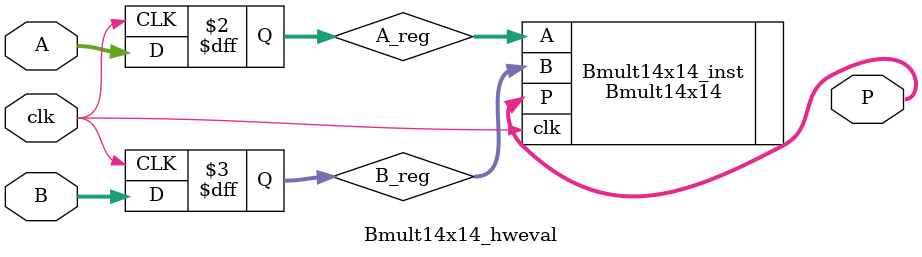
<source format=sv>
`timescale 1ns / 1ps

module Bmult14x14_hweval (
    input  logic          clk,
    input  logic [13 : 0] A,
    input  logic [13 : 0] B,
    output logic [27 : 0] P
    );

    logic [13 : 0] A_reg;
    logic [13 : 0] B_reg;

    always_ff @(posedge clk) begin
        A_reg <= A;
        B_reg <= B;
    end

    Bmult14x14 Bmult14x14_inst (
        .clk(clk  ),
        .A  (A_reg),
        .B  (B_reg),
        .P  (P    ));

endmodule
</source>
